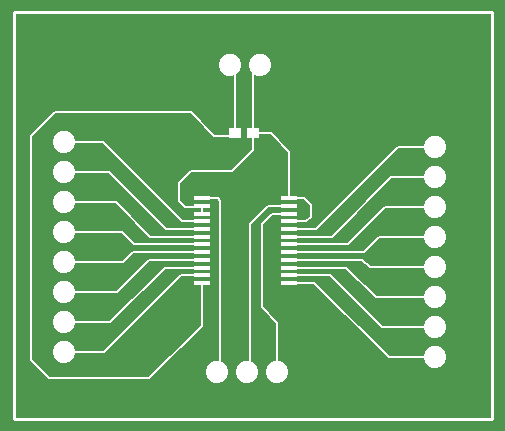
<source format=gbr>
G04 EAGLE Gerber RS-274X export*
G75*
%MOMM*%
%FSLAX34Y34*%
%LPD*%
%INTop Copper*%
%IPNEG*%
%AMOC8*
5,1,8,0,0,1.08239X$1,22.5*%
G01*
%ADD10C,1.879600*%
%ADD11R,1.469200X0.401500*%
%ADD12R,1.050000X0.900000*%
%ADD13C,0.200000*%
%ADD14C,0.254000*%


D10*
X183300Y299800D03*
X208700Y299800D03*
X223200Y40200D03*
X197800Y40200D03*
X172400Y40200D03*
X42620Y56570D03*
X42620Y81970D03*
X42620Y107370D03*
X42620Y132770D03*
X42620Y158170D03*
X42620Y183570D03*
X42620Y208970D03*
X42620Y234370D03*
X356700Y230200D03*
X356700Y204800D03*
X356700Y179400D03*
X356700Y154000D03*
X356700Y128600D03*
X356700Y103200D03*
X356700Y77800D03*
X356700Y52400D03*
D11*
X159187Y186950D03*
X159187Y180450D03*
X159187Y173950D03*
X159187Y167450D03*
X159187Y160950D03*
X159187Y154450D03*
X159187Y147950D03*
X159187Y141450D03*
X159187Y134950D03*
X159187Y128450D03*
X159187Y121950D03*
X159187Y115450D03*
X233613Y115450D03*
X233613Y121950D03*
X233613Y128450D03*
X233613Y134950D03*
X233613Y141450D03*
X233613Y147950D03*
X233613Y154450D03*
X233613Y160950D03*
X233613Y167450D03*
X233613Y173950D03*
X233613Y180450D03*
X233613Y186950D03*
D12*
X203100Y242200D03*
X187100Y242200D03*
D13*
X218950Y173950D02*
X233613Y173950D01*
X218950Y173950D02*
X210000Y165000D01*
X223200Y81800D02*
X223200Y40200D01*
X210000Y95000D02*
X210000Y165000D01*
X210000Y95000D02*
X223200Y81800D01*
X215450Y180450D02*
X233613Y180450D01*
X200000Y42400D02*
X197800Y40200D01*
X200000Y165000D02*
X215450Y180450D01*
X200000Y165000D02*
X200000Y42400D01*
X187100Y296000D02*
X183300Y299800D01*
X187100Y296000D02*
X187100Y242200D01*
X159187Y115450D02*
X159187Y79187D01*
X115000Y35000D02*
X30000Y35000D01*
X15000Y240000D02*
X35000Y260000D01*
X150000Y260000D01*
X170000Y240000D01*
X184900Y240000D01*
X187100Y242200D01*
X159187Y79187D02*
X115000Y35000D01*
X30000Y35000D02*
X15000Y50000D01*
X15000Y240000D01*
X203100Y294200D02*
X208700Y299800D01*
X203100Y294200D02*
X203100Y242200D01*
X217800Y242200D01*
X233613Y226387D02*
X233613Y186950D01*
X233613Y226387D02*
X217800Y242200D01*
X159187Y180000D02*
X159187Y173950D01*
X159187Y180000D02*
X159187Y180450D01*
X233613Y186950D02*
X246120Y186950D01*
X251460Y181610D01*
X251460Y171450D01*
X247460Y167450D02*
X233613Y167450D01*
X247460Y167450D02*
X251460Y171450D01*
X203100Y228100D02*
X203100Y242200D01*
X203100Y228100D02*
X185000Y210000D01*
X150000Y210000D01*
X140000Y200000D01*
X140000Y185000D02*
X145000Y180000D01*
X159187Y180000D01*
X140000Y185000D02*
X140000Y200000D01*
X159187Y186950D02*
X173050Y186950D01*
X175000Y185000D01*
X175000Y42800D01*
X172400Y40200D01*
X159187Y167450D02*
X142550Y167450D01*
X75630Y234370D02*
X42620Y234370D01*
X75630Y234370D02*
X142550Y167450D01*
X129050Y160950D02*
X159187Y160950D01*
X81030Y208970D02*
X42620Y208970D01*
X81030Y208970D02*
X129050Y160950D01*
X115550Y154450D02*
X159187Y154450D01*
X86430Y183570D02*
X42620Y183570D01*
X86430Y183570D02*
X115550Y154450D01*
X102050Y147950D02*
X159187Y147950D01*
X91830Y158170D02*
X42620Y158170D01*
X91830Y158170D02*
X102050Y147950D01*
X101450Y141450D02*
X159187Y141450D01*
X92770Y132770D02*
X42620Y132770D01*
X92770Y132770D02*
X101450Y141450D01*
X114950Y134950D02*
X159187Y134950D01*
X87370Y107370D02*
X42620Y107370D01*
X87370Y107370D02*
X114950Y134950D01*
X128450Y128450D02*
X159187Y128450D01*
X81970Y81970D02*
X42620Y81970D01*
X81970Y81970D02*
X128450Y128450D01*
X141950Y121950D02*
X159187Y121950D01*
X76570Y56570D02*
X42620Y56570D01*
X76570Y56570D02*
X141950Y121950D01*
X233613Y115450D02*
X254550Y115450D01*
X317600Y52400D02*
X356700Y52400D01*
X317600Y52400D02*
X254550Y115450D01*
X268050Y121950D02*
X233613Y121950D01*
X312200Y77800D02*
X356700Y77800D01*
X312200Y77800D02*
X268050Y121950D01*
X281550Y128450D02*
X233613Y128450D01*
X306800Y103200D02*
X356700Y103200D01*
X306800Y103200D02*
X281550Y128450D01*
X295050Y134950D02*
X233613Y134950D01*
X301400Y128600D02*
X356700Y128600D01*
X301400Y128600D02*
X295050Y134950D01*
X296450Y141450D02*
X233613Y141450D01*
X309000Y154000D02*
X356700Y154000D01*
X309000Y154000D02*
X296450Y141450D01*
X282950Y147950D02*
X233613Y147950D01*
X314400Y179400D02*
X356700Y179400D01*
X314400Y179400D02*
X282950Y147950D01*
X269450Y154450D02*
X233613Y154450D01*
X319800Y204800D02*
X356700Y204800D01*
X319800Y204800D02*
X269450Y154450D01*
X255950Y160950D02*
X233613Y160950D01*
X325200Y230200D02*
X356700Y230200D01*
X325200Y230200D02*
X255950Y160950D01*
D14*
X0Y0D02*
X405000Y0D01*
X405000Y345000D01*
X0Y345000D01*
X0Y0D01*
M02*

</source>
